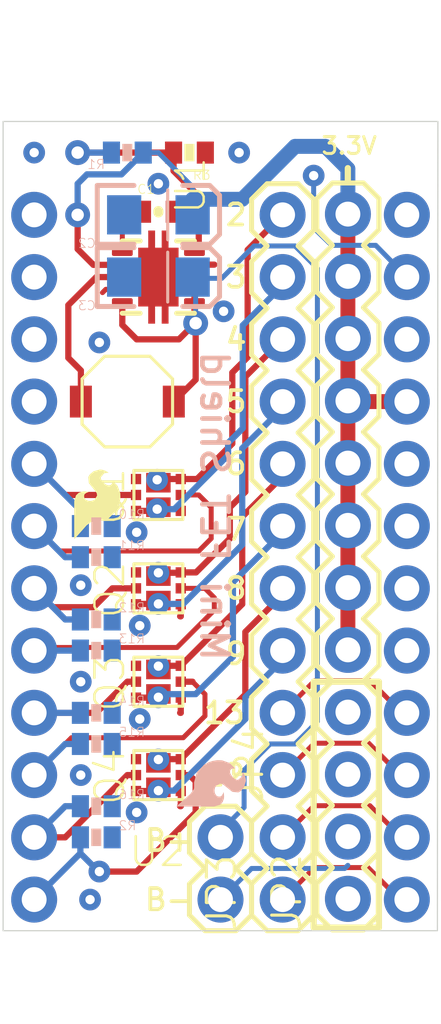
<source format=kicad_pcb>
(kicad_pcb (version 20211014) (generator pcbnew)
  (layers (0 "F.Cu" signal) (31 "B.Cu" signal) (34 "B.Paste" user) (35 "F.Paste" user) (36 "B.SilkS" user "B.Silkscreen") (37 "F.SilkS" user "F.Silkscreen") (38 "B.Mask" user) (39 "F.Mask" user) (44 "Edge.Cuts" user))
  (net 0 "")
  (net 1 "N$5")
  (net 2 "N$7")
  (net 3 "N$10")
  (net 4 "N$11")
  (net 5 "N$12")
  (net 6 "N$13")
  (net 7 "N$14")
  (net 8 "N$15")
  (net 9 "N$16")
  (net 10 "N$8")
  (net 11 "N$1")
  (net 12 "N$25")
  (net 13 "N$26")
  (net 14 "N$27")
  (net 15 "N$17")
  (net 16 "N$18")
  (net 17 "N$19")
  (net 18 "N$20")
  (net 19 "N$21")
  (net 20 "N$22")
  (net 21 "N$23")
  (net 22 "N$24")
  (net 23 "VCC")
  (net 24 "N$2")
  (net 25 "N$3")
  (net 26 "GND")
  (footprint "boardEagle:SFE-LOGO-FLAME" (layer "F.Cu") (at 142.5321 105.5116)
    (fp_text reference "JP1" hide)
    (fp_text value "LOGO-SFESK" hide)
  )
  (footprint "boardEagle:MICROFET_2X2" (layer "F.Cu") (at 145.9611 111.3536 90)
    (fp_text reference "Q3" (at -1.3 -1.3 90) (layer "F.SilkS") (effects (font (size 1.1684 1.1684) (thickness 0.1016)) (justify left bottom)))
    (fp_text value "FDMA1024NZ")
    (pad "D1" smd rect (at 0.5 0 90) (size 0.8 1) (layers "F.Cu" "F.Paste" "F.Mask") (net 19 "N$21"))
    (pad "D1_2" smd rect (at 0.65 0.915 90) (size 0.42 0.42) (layers "F.Cu" "F.Paste" "F.Mask") (net 19 "N$21"))
    (pad "D2" smd rect (at -0.5 0 90) (size 0.8 1) (layers "F.Cu" "F.Paste" "F.Mask") (net 20 "N$22"))
    (pad "D2_2" smd rect (at -0.65 -0.915 90) (size 0.42 0.42) (layers "F.Cu" "F.Paste" "F.Mask") (net 20 "N$22"))
    (pad "G1" smd rect (at 0 -0.915 90) (size 0.42 0.42) (layers "F.Cu" "F.Paste" "F.Mask") (net 6 "N$13"))
    (pad "G2" smd rect (at 0 0.915 90) (size 0.42 0.42) (layers "F.Cu" "F.Paste" "F.Mask") (net 7 "N$14"))
    (pad "S1" smd rect (at 0.65 -0.915 90) (size 0.42 0.42) (layers "F.Cu" "F.Paste" "F.Mask") (net 26 "GND"))
    (pad "S2" smd rect (at -0.65 0.915 90) (size 0.42 0.42) (layers "F.Cu" "F.Paste" "F.Mask") (net 26 "GND"))
  )
  (footprint "boardEagle:DRC-S-PVSON-N10" (layer "F.Cu") (at 145.9611 94.8436 -90)
    (fp_text reference "U1" (at -2.5 -2 -90) (layer "F.SilkS") (effects (font (size 1.1684 1.1684) (thickness 0.1016)) (justify left bottom)))
    (fp_text value "TPS61200")
    (pad "1" smd roundrect (at -1 1.475) (size 0.85 0.28) (layers "F.Cu") (net 25 "N$3"))
    (pad "2" smd roundrect (at -0.5 1.475) (size 0.85 0.28) (layers "F.Cu") (net 23 "VCC"))
    (pad "3" smd roundrect (at 0 1.475) (size 0.85 0.28) (layers "F.Cu") (net 1 "N$5"))
    (pad "4" smd roundrect (at 0.5 1.475) (size 0.85 0.28) (layers "F.Cu") (net 26 "GND"))
    (pad "5" smd roundrect (at 1 1.475) (size 0.85 0.28) (layers "F.Cu") (net 10 "N$8"))
    (pad "6" smd roundrect (at 1 -1.475 180) (size 0.85 0.28) (layers "F.Cu") (net 10 "N$8"))
    (pad "7" smd roundrect (at 0.5 -1.475 180) (size 0.85 0.28) (layers "F.Cu") (net 10 "N$8"))
    (pad "8" smd roundrect (at 0 -1.475 180) (size 0.85 0.28) (layers "F.Cu") (net 10 "N$8"))
    (pad "9" smd roundrect (at -0.5 -1.475 180) (size 0.85 0.28) (layers "F.Cu") (net 26 "GND"))
    (pad "10" smd roundrect (at -1 -1.475 180) (size 0.85 0.28) (layers "F.Cu") (net 24 "N$2"))
    (pad "TH" smd rect (at 0 0 270) (size 2.4 1.65) (layers "F.Cu"))
    (pad "TH@1" smd rect (at 0 -0.275 270) (size 3.8 0.28) (layers "F.Cu"))
    (pad "TH@2" smd rect (at 0 0.275 270) (size 3.8 0.28) (layers "F.Cu"))
  )
  (footprint "boardEagle:ARDUINO_MINI" (layer "F.Cu") (at 148.5011 105.0036)
    (fp_text reference "U2" (at -3.81 13.97) (layer "F.SilkS") (effects (font (size 1.1684 1.1684) (thickness 0.1016)) (justify left bottom)))
    (fp_text value "ARDUINO_MINI")
    (pad "1" thru_hole circle (at -7.62 -12.7) (size 1.8796 1.8796) (drill 1.016) (layers *.Cu *.Mask))
    (pad "2" thru_hole circle (at -7.62 -10.16) (size 1.8796 1.8796) (drill 1.016) (layers *.Cu *.Mask))
    (pad "3" thru_hole circle (at -7.62 -7.62) (size 1.8796 1.8796) (drill 1.016) (layers *.Cu *.Mask))
    (pad "4" thru_hole circle (at -7.62 -5.08) (size 1.8796 1.8796) (drill 1.016) (layers *.Cu *.Mask))
    (pad "5" thru_hole circle (at -7.62 -2.54) (size 1.8796 1.8796) (drill 1.016) (layers *.Cu *.Mask) (net 2 "N$7"))
    (pad "6" thru_hole circle (at -7.62 0) (size 1.8796 1.8796) (drill 1.016) (layers *.Cu *.Mask) (net 3 "N$10"))
    (pad "7" thru_hole circle (at -7.62 2.54) (size 1.8796 1.8796) (drill 1.016) (layers *.Cu *.Mask) (net 4 "N$11"))
    (pad "8" thru_hole circle (at -7.62 5.08) (size 1.8796 1.8796) (drill 1.016) (layers *.Cu *.Mask) (net 5 "N$12"))
    (pad "9" thru_hole circle (at -7.62 7.62) (size 1.8796 1.8796) (drill 1.016) (layers *.Cu *.Mask) (net 6 "N$13"))
    (pad "10" thru_hole circle (at -7.62 10.16) (size 1.8796 1.8796) (drill 1.016) (layers *.Cu *.Mask) (net 7 "N$14"))
    (pad "11" thru_hole circle (at -7.62 12.7) (size 1.8796 1.8796) (drill 1.016) (layers *.Cu *.Mask) (net 8 "N$15"))
    (pad "12" thru_hole circle (at -7.62 15.24) (size 1.8796 1.8796) (drill 1.016) (layers *.Cu *.Mask) (net 9 "N$16"))
    (pad "13" thru_hole circle (at 7.62 15.24) (size 1.8796 1.8796) (drill 1.016) (layers *.Cu *.Mask) (net 14 "N$27"))
    (pad "14" thru_hole circle (at 7.62 12.7) (size 1.8796 1.8796) (drill 1.016) (layers *.Cu *.Mask) (net 13 "N$26"))
    (pad "15" thru_hole circle (at 7.62 10.16) (size 1.8796 1.8796) (drill 1.016) (layers *.Cu *.Mask) (net 12 "N$25"))
    (pad "16" thru_hole circle (at 7.62 7.62) (size 1.8796 1.8796) (drill 1.016) (layers *.Cu *.Mask) (net 11 "N$1"))
    (pad "17" thru_hole circle (at 7.62 5.08) (size 1.8796 1.8796) (drill 1.016) (layers *.Cu *.Mask))
    (pad "18" thru_hole circle (at 7.62 2.54) (size 1.8796 1.8796) (drill 1.016) (layers *.Cu *.Mask))
    (pad "19" thru_hole circle (at 7.62 0) (size 1.8796 1.8796) (drill 1.016) (layers *.Cu *.Mask))
    (pad "20" thru_hole circle (at 7.62 -2.54) (size 1.8796 1.8796) (drill 1.016) (layers *.Cu *.Mask))
    (pad "21" thru_hole circle (at 7.62 -5.08) (size 1.8796 1.8796) (drill 1.016) (layers *.Cu *.Mask) (net 23 "VCC"))
    (pad "22" thru_hole circle (at 7.62 -7.62) (size 1.8796 1.8796) (drill 1.016) (layers *.Cu *.Mask))
    (pad "23" thru_hole circle (at 7.62 -10.16) (size 1.8796 1.8796) (drill 1.016) (layers *.Cu *.Mask) (net 26 "GND"))
    (pad "24" thru_hole circle (at 7.62 -12.7) (size 1.8796 1.8796) (drill 1.016) (layers *.Cu *.Mask))
  )
  (footprint "boardEagle:VLF4012A" (layer "F.Cu") (at 144.6911 99.9236 180)
    (fp_text reference "UNK2.2UH0" hide)
    (fp_text value "2.2uH" hide)
    (pad "P$1" smd rect (at -1.9 0 180) (size 0.9 1.3) (layers "F.Cu" "F.Paste" "F.Mask") (net 10 "N$8"))
    (pad "P$2" smd rect (at 1.9 0 180) (size 0.9 1.3) (layers "F.Cu" "F.Paste" "F.Mask") (net 1 "N$5"))
  )
  (footprint "boardEagle:1X02" (layer "F.Cu") (at 148.5011 117.7036 -90)
    (fp_text reference "JP4" (at -1.3462 -1.8288 -90) (layer "F.SilkS") (effects (font (size 1.143 1.143) (thickness 0.127)) (justify left bottom)))
    (fp_text value "")
    (pad "1" thru_hole circle (at 0 0) (size 1.8796 1.8796) (drill 1.016) (layers *.Cu *.Mask) (net 10 "N$8"))
    (pad "2" thru_hole circle (at 2.54 0) (size 1.8796 1.8796) (drill 1.016) (layers *.Cu *.Mask) (net 26 "GND"))
  )
  (footprint "boardEagle:0402-RES" (layer "F.Cu") (at 147.2311 89.7636 180)
    (fp_text reference "R3" (at -0.889 -0.6985 180) (layer "F.SilkS") (effects (font (size 0.373888 0.373888) (thickness 0.032512)) (justify right top)))
    (fp_text value "180k")
    (pad "1" smd rect (at -0.65 0 180) (size 0.7 0.9) (layers "F.Cu" "F.Paste" "F.Mask") (net 26 "GND"))
    (pad "2" smd rect (at 0.65 0 180) (size 0.7 0.9) (layers "F.Cu" "F.Paste" "F.Mask") (net 24 "N$2"))
  )
  (footprint "boardEagle:1X12" (layer "F.Cu") (at 151.0411 120.2436 90)
    (fp_text reference "JP3" (at -1.3462 -1.8288 90) (layer "F.SilkS") (effects (font (size 1.143 1.143) (thickness 0.127)) (justify left bottom)))
    (fp_text value "M12PTH")
    (pad "1" thru_hole circle (at 0 0 180) (size 1.8796 1.8796) (drill 1.016) (layers *.Cu *.Mask) (net 14 "N$27"))
    (pad "2" thru_hole circle (at 2.54 0 180) (size 1.8796 1.8796) (drill 1.016) (layers *.Cu *.Mask) (net 13 "N$26"))
    (pad "3" thru_hole circle (at 5.08 0 180) (size 1.8796 1.8796) (drill 1.016) (layers *.Cu *.Mask) (net 12 "N$25"))
    (pad "4" thru_hole circle (at 7.62 0 180) (size 1.8796 1.8796) (drill 1.016) (layers *.Cu *.Mask) (net 11 "N$1"))
    (pad "5" thru_hole circle (at 10.16 0 180) (size 1.8796 1.8796) (drill 1.016) (layers *.Cu *.Mask) (net 22 "N$24"))
    (pad "6" thru_hole circle (at 12.7 0 180) (size 1.8796 1.8796) (drill 1.016) (layers *.Cu *.Mask) (net 21 "N$23"))
    (pad "7" thru_hole circle (at 15.24 0 180) (size 1.8796 1.8796) (drill 1.016) (layers *.Cu *.Mask) (net 20 "N$22"))
    (pad "8" thru_hole circle (at 17.78 0 180) (size 1.8796 1.8796) (drill 1.016) (layers *.Cu *.Mask) (net 19 "N$21"))
    (pad "9" thru_hole circle (at 20.32 0 180) (size 1.8796 1.8796) (drill 1.016) (layers *.Cu *.Mask) (net 18 "N$20"))
    (pad "10" thru_hole circle (at 22.86 0 180) (size 1.8796 1.8796) (drill 1.016) (layers *.Cu *.Mask) (net 17 "N$19"))
    (pad "11" thru_hole circle (at 25.4 0 180) (size 1.8796 1.8796) (drill 1.016) (layers *.Cu *.Mask) (net 16 "N$18"))
    (pad "12" thru_hole circle (at 27.94 0 180) (size 1.8796 1.8796) (drill 1.016) (layers *.Cu *.Mask) (net 15 "N$17"))
  )
  (footprint "boardEagle:MICROFET_2X2" (layer "F.Cu") (at 145.9611 115.1636 90)
    (fp_text reference "Q4" (at -1.3 -1.3 90) (layer "F.SilkS") (effects (font (size 1.1684 1.1684) (thickness 0.1016)) (justify left bottom)))
    (fp_text value "FDMA1024NZ")
    (pad "D1" smd rect (at 0.5 0 90) (size 0.8 1) (layers "F.Cu" "F.Paste" "F.Mask") (net 21 "N$23"))
    (pad "D1_2" smd rect (at 0.65 0.915 90) (size 0.42 0.42) (layers "F.Cu" "F.Paste" "F.Mask") (net 21 "N$23"))
    (pad "D2" smd rect (at -0.5 0 90) (size 0.8 1) (layers "F.Cu" "F.Paste" "F.Mask") (net 22 "N$24"))
    (pad "D2_2" smd rect (at -0.65 -0.915 90) (size 0.42 0.42) (layers "F.Cu" "F.Paste" "F.Mask") (net 22 "N$24"))
    (pad "G1" smd rect (at 0 -0.915 90) (size 0.42 0.42) (layers "F.Cu" "F.Paste" "F.Mask") (net 8 "N$15"))
    (pad "G2" smd rect (at 0 0.915 90) (size 0.42 0.42) (layers "F.Cu" "F.Paste" "F.Mask") (net 9 "N$16"))
    (pad "S1" smd rect (at 0.65 -0.915 90) (size 0.42 0.42) (layers "F.Cu" "F.Paste" "F.Mask") (net 26 "GND"))
    (pad "S2" smd rect (at -0.65 0.915 90) (size 0.42 0.42) (layers "F.Cu" "F.Paste" "F.Mask") (net 26 "GND"))
  )
  (footprint "boardEagle:1X12" (layer "F.Cu") (at 153.7111 120.2136 90)
    (fp_text reference "JP2" (at -1.3462 -1.8288 90) (layer "F.SilkS") (effects (font (size 1.143 1.143) (thickness 0.127)) (justify left bottom)))
    (fp_text value "M12PTH")
    (pad "1" thru_hole circle (at 0 0 180) (size 1.8796 1.8796) (drill 1.016) (layers *.Cu *.Mask) (net 26 "GND"))
    (pad "2" thru_hole circle (at 2.54 0 180) (size 1.8796 1.8796) (drill 1.016) (layers *.Cu *.Mask) (net 26 "GND"))
    (pad "3" thru_hole circle (at 5.08 0 180) (size 1.8796 1.8796) (drill 1.016) (layers *.Cu *.Mask) (net 26 "GND"))
    (pad "4" thru_hole circle (at 7.62 0 180) (size 1.8796 1.8796) (drill 1.016) (layers *.Cu *.Mask) (net 26 "GND"))
    (pad "5" thru_hole circle (at 10.16 0 180) (size 1.8796 1.8796) (drill 1.016) (layers *.Cu *.Mask) (net 23 "VCC"))
    (pad "6" thru_hole circle (at 12.7 0 180) (size 1.8796 1.8796) (drill 1.016) (layers *.Cu *.Mask) (net 23 "VCC"))
    (pad "7" thru_hole circle (at 15.24 0 180) (size 1.8796 1.8796) (drill 1.016) (layers *.Cu *.Mask) (net 23 "VCC"))
    (pad "8" thru_hole circle (at 17.78 0 180) (size 1.8796 1.8796) (drill 1.016) (layers *.Cu *.Mask) (net 23 "VCC"))
    (pad "9" thru_hole circle (at 20.32 0 180) (size 1.8796 1.8796) (drill 1.016) (layers *.Cu *.Mask) (net 23 "VCC"))
    (pad "10" thru_hole circle (at 22.86 0 180) (size 1.8796 1.8796) (drill 1.016) (layers *.Cu *.Mask) (net 23 "VCC"))
    (pad "11" thru_hole circle (at 25.4 0 180) (size 1.8796 1.8796) (drill 1.016) (layers *.Cu *.Mask) (net 23 "VCC"))
    (pad "12" thru_hole circle (at 27.94 0 180) (size 1.8796 1.8796) (drill 1.016) (layers *.Cu *.Mask) (net 23 "VCC"))
  )
  (footprint "boardEagle:0402-CAP" (layer "F.Cu") (at 145.9611 92.1766)
    (fp_text reference "C1" (at -0.889 -0.6985) (layer "F.SilkS") (effects (font (size 0.373888 0.373888) (thickness 0.032512)) (justify left bottom)))
    (fp_text value "0.1uF")
    (pad "1" smd rect (at -0.65 0) (size 0.7 0.9) (layers "F.Cu" "F.Paste" "F.Mask") (net 25 "N$3"))
    (pad "2" smd rect (at 0.65 0) (size 0.7 0.9) (layers "F.Cu" "F.Paste" "F.Mask") (net 26 "GND"))
  )
  (footprint "boardEagle:MICROFET_2X2" (layer "F.Cu") (at 145.9611 103.7336 90)
    (fp_text reference "Q1" (at -1.3 -1.3 90) (layer "F.SilkS") (effects (font (size 1.1684 1.1684) (thickness 0.1016)) (justify left bottom)))
    (fp_text value "FDMA1024NZ")
    (pad "D1" smd rect (at 0.5 0 90) (size 0.8 1) (layers "F.Cu" "F.Paste" "F.Mask") (net 15 "N$17"))
    (pad "D1_2" smd rect (at 0.65 0.915 90) (size 0.42 0.42) (layers "F.Cu" "F.Paste" "F.Mask") (net 15 "N$17"))
    (pad "D2" smd rect (at -0.5 0 90) (size 0.8 1) (layers "F.Cu" "F.Paste" "F.Mask") (net 16 "N$18"))
    (pad "D2_2" smd rect (at -0.65 -0.915 90) (size 0.42 0.42) (layers "F.Cu" "F.Paste" "F.Mask") (net 16 "N$18"))
    (pad "G1" smd rect (at 0 -0.915 90) (size 0.42 0.42) (layers "F.Cu" "F.Paste" "F.Mask") (net 2 "N$7"))
    (pad "G2" smd rect (at 0 0.915 90) (size 0.42 0.42) (layers "F.Cu" "F.Paste" "F.Mask") (net 3 "N$10"))
    (pad "S1" smd rect (at 0.65 -0.915 90) (size 0.42 0.42) (layers "F.Cu" "F.Paste" "F.Mask") (net 26 "GND"))
    (pad "S2" smd rect (at -0.65 0.915 90) (size 0.42 0.42) (layers "F.Cu" "F.Paste" "F.Mask") (net 26 "GND"))
  )
  (footprint "boardEagle:MICROFET_2X2" (layer "F.Cu") (at 145.9611 107.5436 90)
    (fp_text reference "Q2" (at -1.3 -1.3 90) (layer "F.SilkS") (effects (font (size 1.1684 1.1684) (thickness 0.1016)) (justify left bottom)))
    (fp_text value "FDMA1024NZ")
    (pad "D1" smd rect (at 0.5 0 90) (size 0.8 1) (layers "F.Cu" "F.Paste" "F.Mask") (net 17 "N$19"))
    (pad "D1_2" smd rect (at 0.65 0.915 90) (size 0.42 0.42) (layers "F.Cu" "F.Paste" "F.Mask") (net 17 "N$19"))
    (pad "D2" smd rect (at -0.5 0 90) (size 0.8 1) (layers "F.Cu" "F.Paste" "F.Mask") (net 18 "N$20"))
    (pad "D2_2" smd rect (at -0.65 -0.915 90) (size 0.42 0.42) (layers "F.Cu" "F.Paste" "F.Mask") (net 18 "N$20"))
    (pad "G1" smd rect (at 0 -0.915 90) (size 0.42 0.42) (layers "F.Cu" "F.Paste" "F.Mask") (net 4 "N$11"))
    (pad "G2" smd rect (at 0 0.915 90) (size 0.42 0.42) (layers "F.Cu" "F.Paste" "F.Mask") (net 5 "N$12"))
    (pad "S1" smd rect (at 0.65 -0.915 90) (size 0.42 0.42) (layers "F.Cu" "F.Paste" "F.Mask") (net 26 "GND"))
    (pad "S2" smd rect (at -0.65 0.915 90) (size 0.42 0.42) (layers "F.Cu" "F.Paste" "F.Mask") (net 26 "GND"))
  )
  (footprint "boardEagle:EIA3216" (layer "B.Cu") (at 145.9611 92.3036)
    (fp_text reference "C2" (at -2.54 1.381 180) (layer "B.SilkS") (effects (font (size 0.373888 0.373888) (thickness 0.032512)) (justify left bottom mirror)))
    (fp_text value "10uF")
    (pad "A" smd rect (at 1.4 0 270) (size 1.6 1.4) (layers "B.Cu" "B.Paste" "B.Mask") (net 23 "VCC"))
    (pad "C" smd rect (at -1.4 0 270) (size 1.6 1.4) (layers "B.Cu" "B.Paste" "B.Mask") (net 26 "GND"))
  )
  (footprint "boardEagle:0402-RES" (layer "B.Cu") (at 143.4211 108.8136 180)
    (fp_text reference "R12" (at -0.889 0.6985) (layer "B.SilkS") (effects (font (size 0.373888 0.373888) (thickness 0.032512)) (justify right top mirror)))
    (fp_text value "1k")
    (pad "1" smd rect (at -0.65 0 180) (size 0.7 0.9) (layers "B.Cu" "B.Paste" "B.Mask") (net 26 "GND"))
    (pad "2" smd rect (at 0.65 0 180) (size 0.7 0.9) (layers "B.Cu" "B.Paste" "B.Mask") (net 4 "N$11"))
  )
  (footprint "boardEagle:SFE-LOGO-FLAME" (layer "B.Cu") (at 146.7231 116.4336 90)
    (fp_text reference "JP5" hide)
    (fp_text value "LOGO-SFESK" hide)
  )
  (footprint "boardEagle:0402-RES" (layer "B.Cu") (at 144.6911 89.7636)
    (fp_text reference "R1" (at -0.889 0.6985 180) (layer "B.SilkS") (effects (font (size 0.373888 0.373888) (thickness 0.032512)) (justify left bottom mirror)))
    (fp_text value "1M")
    (pad "1" smd rect (at -0.65 0) (size 0.7 0.9) (layers "B.Cu" "B.Paste" "B.Mask") (net 24 "N$2"))
    (pad "2" smd rect (at 0.65 0) (size 0.7 0.9) (layers "B.Cu" "B.Paste" "B.Mask") (net 23 "VCC"))
  )
  (footprint "boardEagle:0402-RES" (layer "B.Cu") (at 143.4211 110.0836 180)
    (fp_text reference "R13" (at -0.889 0.6985) (layer "B.SilkS") (effects (font (size 0.373888 0.373888) (thickness 0.032512)) (justify right top mirror)))
    (fp_text value "1k")
    (pad "1" smd rect (at -0.65 0 180) (size 0.7 0.9) (layers "B.Cu" "B.Paste" "B.Mask") (net 26 "GND"))
    (pad "2" smd rect (at 0.65 0 180) (size 0.7 0.9) (layers "B.Cu" "B.Paste" "B.Mask") (net 5 "N$12"))
  )
  (footprint "boardEagle:0402-RES" (layer "B.Cu") (at 143.4211 117.7036 180)
    (fp_text reference "R2" (at -0.889 0.6985) (layer "B.SilkS") (effects (font (size 0.373888 0.373888) (thickness 0.032512)) (justify right top mirror)))
    (fp_text value "1k")
    (pad "1" smd rect (at -0.65 0 180) (size 0.7 0.9) (layers "B.Cu" "B.Paste" "B.Mask") (net 26 "GND"))
    (pad "2" smd rect (at 0.65 0 180) (size 0.7 0.9) (layers "B.Cu" "B.Paste" "B.Mask") (net 9 "N$16"))
  )
  (footprint "boardEagle:0402-RES" (layer "B.Cu") (at 143.4211 106.2736 180)
    (fp_text reference "R11" (at -0.889 0.6985) (layer "B.SilkS") (effects (font (size 0.373888 0.373888) (thickness 0.032512)) (justify right top mirror)))
    (fp_text value "1k")
    (pad "1" smd rect (at -0.65 0 180) (size 0.7 0.9) (layers "B.Cu" "B.Paste" "B.Mask") (net 26 "GND"))
    (pad "2" smd rect (at 0.65 0 180) (size 0.7 0.9) (layers "B.Cu" "B.Paste" "B.Mask") (net 3 "N$10"))
  )
  (footprint "boardEagle:0402-RES" (layer "B.Cu") (at 143.4211 105.0036 180)
    (fp_text reference "R10" (at -0.889 0.6985) (layer "B.SilkS") (effects (font (size 0.373888 0.373888) (thickness 0.032512)) (justify right top mirror)))
    (fp_text value "1k")
    (pad "1" smd rect (at -0.65 0 180) (size 0.7 0.9) (layers "B.Cu" "B.Paste" "B.Mask") (net 26 "GND"))
    (pad "2" smd rect (at 0.65 0 180) (size 0.7 0.9) (layers "B.Cu" "B.Paste" "B.Mask") (net 2 "N$7"))
  )
  (footprint "boardEagle:0402-RES" (layer "B.Cu") (at 143.4211 112.6236 180)
    (fp_text reference "R14" (at -0.889 0.6985) (layer "B.SilkS") (effects (font (size 0.373888 0.373888) (thickness 0.032512)) (justify right top mirror)))
    (fp_text value "1k")
    (pad "1" smd rect (at -0.65 0 180) (size 0.7 0.9) (layers "B.Cu" "B.Paste" "B.Mask") (net 26 "GND"))
    (pad "2" smd rect (at 0.65 0 180) (size 0.7 0.9) (layers "B.Cu" "B.Paste" "B.Mask") (net 6 "N$13"))
  )
  (footprint "boardEagle:EIA3216" (layer "B.Cu") (at 145.9611 94.8436)
    (fp_text reference "C3" (at -2.54 1.381 180) (layer "B.SilkS") (effects (font (size 0.373888 0.373888) (thickness 0.032512)) (justify left bottom mirror)))
    (fp_text value "10uF")
    (pad "A" smd rect (at 1.4 0 270) (size 1.6 1.4) (layers "B.Cu" "B.Paste" "B.Mask") (net 10 "N$8"))
    (pad "C" smd rect (at -1.4 0 270) (size 1.6 1.4) (layers "B.Cu" "B.Paste" "B.Mask") (net 26 "GND"))
  )
  (footprint "boardEagle:0402-RES" (layer "B.Cu") (at 143.4211 113.8936 180)
    (fp_text reference "R15" (at -0.889 0.6985) (layer "B.SilkS") (effects (font (size 0.373888 0.373888) (thickness 0.032512)) (justify right top mirror)))
    (fp_text value "1k")
    (pad "1" smd rect (at -0.65 0 180) (size 0.7 0.9) (layers "B.Cu" "B.Paste" "B.Mask") (net 26 "GND"))
    (pad "2" smd rect (at 0.65 0 180) (size 0.7 0.9) (layers "B.Cu" "B.Paste" "B.Mask") (net 7 "N$14"))
  )
  (footprint "boardEagle:0402-RES" (layer "B.Cu") (at 143.4211 116.4336 180)
    (fp_text reference "R16" (at -0.889 0.6985) (layer "B.SilkS") (effects (font (size 0.373888 0.373888) (thickness 0.032512)) (justify right top mirror)))
    (fp_text value "1k")
    (pad "1" smd rect (at -0.65 0 180) (size 0.7 0.9) (layers "B.Cu" "B.Paste" "B.Mask") (net 26 "GND"))
    (pad "2" smd rect (at 0.65 0 180) (size 0.7 0.9) (layers "B.Cu" "B.Paste" "B.Mask") (net 8 "N$15"))
  )
  (gr_line (start 152.3111 121.3866) (end 152.3111 111.3536) (layer "F.SilkS") (width 0.254))
  (gr_line (start 152.3111 111.3536) (end 154.9781 111.3536) (layer "F.SilkS") (width 0.254))
  (gr_line (start 154.9781 121.3866) (end 152.3111 121.3866) (layer "F.SilkS") (width 0.254))
  (gr_line (start 154.9781 111.3536) (end 154.9781 121.3866) (layer "F.SilkS") (width 0.254))
  (gr_line (start 153.7081 90.9066) (end 153.7081 90.3986) (layer "F.SilkS") (width 0.254))
  (gr_line (start 139.6111 121.5136) (end 157.3711 121.5136) (layer "Edge.Cuts") (width 0.05))
  (gr_line (start 139.6111 88.4936) (end 139.6111 121.5136) (layer "Edge.Cuts") (width 0.05))
  (gr_line (start 157.3911 88.4936) (end 139.6111 88.4936) (layer "Edge.Cuts") (width 0.05))
  (gr_line (start 157.3711 121.5136) (end 157.3911 88.4936) (layer "Edge.Cuts") (width 0.05))
  (gr_text "Mini FET Shield" (at 148.8821 97.7646 -90) (layer "B.SilkS") (effects (font (size 1.0795 1.0795) (thickness 0.1905)) (justify right top mirror)))
  (gr_text "6" (at 148.6281 102.9716) (layer "F.SilkS") (effects (font (size 0.8636 0.8636) (thickness 0.1524)) (justify left bottom)))
  (gr_text "4" (at 148.6281 97.8916) (layer "F.SilkS") (effects (font (size 0.8636 0.8636) (thickness 0.1524)) (justify left bottom)))
  (gr_text "13" (at 147.7391 113.1316) (layer "F.SilkS") (effects (font (size 0.8636 0.8636) (thickness 0.1524)) (justify left bottom)))
  (gr_text "12" (at 147.7391 115.6716) (layer "F.SilkS") (effects (font (size 0.8636 0.8636) (thickness 0.1524)) (justify left bottom)))
  (gr_text "B+" (at 145.3261 118.3386) (layer "F.SilkS") (effects (font (size 0.8636 0.8636) (thickness 0.1524)) (justify left bottom)))
  (gr_text "5" (at 148.6281 100.4316) (layer "F.SilkS") (effects (font (size 0.8636 0.8636) (thickness 0.1524)) (justify left bottom)))
  (gr_text "3.3V" (at 152.5651 89.8906) (layer "F.SilkS") (effects (font (size 0.69088 0.69088) (thickness 0.12192)) (justify left bottom)))
  (gr_text "9" (at 148.6281 110.7186) (layer "F.SilkS") (effects (font (size 0.8636 0.8636) (thickness 0.1524)) (justify left bottom)))
  (gr_text "3" (at 148.6281 95.3516) (layer "F.SilkS") (effects (font (size 0.8636 0.8636) (thickness 0.1524)) (justify left bottom)))
  (gr_text "8" (at 148.6281 108.0516) (layer "F.SilkS") (effects (font (size 0.8636 0.8636) (thickness 0.1524)) (justify left bottom)))
  (gr_text "B-" (at 145.3261 120.7516) (layer "F.SilkS") (effects (font (size 0.8636 0.8636) (thickness 0.1524)) (justify left bottom)))
  (gr_text "7" (at 148.6281 105.6386) (layer "F.SilkS") (effects (font (size 0.8636 0.8636) (thickness 0.1524)) (justify left bottom)))
  (gr_text "2" (at 148.6281 92.8116) (layer "F.SilkS") (effects (font (size 0.8636 0.8636) (thickness 0.1524)) (justify left bottom)))
  (segment (start 143.4211 94.8436) (end 144.4861 94.8436) (width 0.254) (layer "F.Cu") (net 1))
  (segment (start 142.2781 98.1406) (end 142.2781 95.9866) (width 0.254) (layer "F.Cu") (net 1))
  (segment (start 142.7911 98.6536) (end 142.2781 98.1406) (width 0.254) (layer "F.Cu") (net 1))
  (segment (start 142.7911 99.9236) (end 142.7911 98.6536) (width 0.254) (layer "F.Cu") (net 1))
  (segment (start 142.2781 95.9866) (end 143.4211 94.8436) (width 0.254) (layer "F.Cu") (net 1))
  (segment (start 142.1511 103.7336) (end 145.0461 103.7336) (width 0.254) (layer "F.Cu") (net 2))
  (segment (start 140.8811 102.4636) (end 142.1511 103.7336) (width 0.254) (layer "F.Cu") (net 2))
  (segment (start 142.7711 104.3536) (end 140.8811 102.4636) (width 0.254) (layer "B.Cu") (net 2))
  (segment (start 142.7711 105.0036) (end 142.7711 104.3536) (width 0.254) (layer "B.Cu") (net 2))
  (segment (start 147.6121 106.0196) (end 148.1201 105.5116) (width 0.2032) (layer "F.Cu") (net 3))
  (segment (start 148.1201 105.5116) (end 148.1201 104.2416) (width 0.2032) (layer "F.Cu") (net 3))
  (segment (start 140.8811 105.0036) (end 141.8971 106.0196) (width 0.2032) (layer "F.Cu") (net 3))
  (segment (start 147.6121 103.7336) (end 146.8761 103.7336) (width 0.2032) (layer "F.Cu") (net 3))
  (segment (start 141.8971 106.0196) (end 147.6121 106.0196) (width 0.2032) (layer "F.Cu") (net 3))
  (segment (start 148.1201 104.2416) (end 147.6121 103.7336) (width 0.2032) (layer "F.Cu") (net 3))
  (segment (start 142.1511 106.2736) (end 142.7711 106.2736) (width 0.254) (layer "B.Cu") (net 3))
  (segment (start 140.8811 105.0036) (end 142.1511 106.2736) (width 0.254) (layer "B.Cu") (net 3))
  (segment (start 144.0811 107.5436) (end 145.0461 107.5436) (width 0.254) (layer "F.Cu") (net 4))
  (segment (start 140.8811 107.5436) (end 141.6511 108.3136) (width 0.254) (layer "F.Cu") (net 4))
  (segment (start 141.6511 108.3136) (end 143.3111 108.3136) (width 0.254) (layer "F.Cu") (net 4))
  (segment (start 143.3111 108.3136) (end 144.0811 107.5436) (width 0.254) (layer "F.Cu") (net 4))
  (segment (start 142.1511 108.8136) (end 142.7711 108.8136) (width 0.254) (layer "B.Cu") (net 4))
  (segment (start 140.8811 107.5436) (end 142.1511 108.8136) (width 0.254) (layer "B.Cu") (net 4))
  (segment (start 141.0081 109.9566) (end 146.7231 109.9566) (width 0.2032) (layer "F.Cu") (net 5))
  (segment (start 148.2471 107.9246) (end 147.8661 107.5436) (width 0.2032) (layer "F.Cu") (net 5))
  (segment (start 146.7231 109.9566) (end 148.2471 108.4326) (width 0.2032) (layer "F.Cu") (net 5))
  (segment (start 147.8661 107.5436) (end 146.8761 107.5436) (width 0.2032) (layer "F.Cu") (net 5))
  (segment (start 140.8811 110.0836) (end 141.0081 109.9566) (width 0.2032) (layer "F.Cu") (net 5))
  (segment (start 148.2471 108.4326) (end 148.2471 107.9246) (width 0.2032) (layer "F.Cu") (net 5))
  (segment (start 140.8811 110.0836) (end 142.7711 110.0836) (width 0.254) (layer "B.Cu") (net 5))
  (segment (start 140.8811 112.6236) (end 143.4211 112.6236) (width 0.254) (layer "F.Cu") (net 6))
  (segment (start 144.6911 111.3536) (end 145.0461 111.3536) (width 0.254) (layer "F.Cu") (net 6))
  (segment (start 143.4211 112.6236) (end 144.6911 111.3536) (width 0.254) (layer "F.Cu") (net 6))
  (segment (start 140.8811 112.6236) (end 142.7711 112.6236) (width 0.254) (layer "B.Cu") (net 6))
  (segment (start 147.8661 112.7506) (end 147.8661 111.8616) (width 0.2032) (layer "F.Cu") (net 7))
  (segment (start 140.8811 115.1636) (end 142.4051 113.6396) (width 0.2032) (layer "F.Cu") (net 7))
  (segment (start 142.4051 113.6396) (end 146.9771 113.6396) (width 0.2032) (layer "F.Cu") (net 7))
  (segment (start 146.9771 113.6396) (end 147.8661 112.7506) (width 0.2032) (layer "F.Cu") (net 7))
  (segment (start 147.3581 111.3536) (end 146.8761 111.3536) (width 0.254) (layer "F.Cu") (net 7))
  (segment (start 147.8661 111.8616) (end 147.3581 111.3536) (width 0.2032) (layer "F.Cu") (net 7))
  (segment (start 142.1511 113.8936) (end 142.7711 113.8936) (width 0.254) (layer "B.Cu") (net 7))
  (segment (start 140.8811 115.1636) (end 142.1511 113.8936) (width 0.254) (layer "B.Cu") (net 7))
  (segment (start 144.6911 115.1636) (end 145.0461 115.1636) (width 0.254) (layer "F.Cu") (net 8))
  (segment (start 140.8811 117.7036) (end 142.1511 117.7036) (width 0.254) (layer "F.Cu") (net 8))
  (segment (start 142.1511 117.7036) (end 144.6911 115.1636) (width 0.254) (layer "F.Cu") (net 8))
  (segment (start 140.8811 117.7036) (end 142.1511 116.4336) (width 0.254) (layer "B.Cu") (net 8))
  (segment (start 142.1511 116.4336) (end 142.7711 116.4336) (width 0.254) (layer "B.Cu") (net 8))
  (segment (start 147.2311 115.1636) (end 146.8761 115.1636) (width 0.254) (layer "F.Cu") (net 9))
  (segment (start 147.4851 115.4176) (end 147.2311 115.1636) (width 0.254) (layer "F.Cu") (net 9))
  (segment (start 143.5481 119.1006) (end 145.0721 119.1006) (width 0.254) (layer "F.Cu") (net 9))
  (segment (start 147.4851 116.6876) (end 147.4851 115.4176) (width 0.254) (layer "F.Cu") (net 9))
  (segment (start 145.0721 119.1006) (end 147.4851 116.6876) (width 0.254) (layer "F.Cu") (net 9))
  (via (at 143.5481 119.1006) (size 0.889) (drill 0.381) (layers "F.Cu" "B.Cu") (net 9))
  (segment (start 142.7711 118.3536) (end 143.5181 119.1006) (width 0.254) (layer "B.Cu") (net 9))
  (segment (start 140.8811 120.2436) (end 142.7711 118.3536) (width 0.254) (layer "B.Cu") (net 9))
  (segment (start 142.7711 118.3536) (end 142.7711 117.7036) (width 0.254) (layer "B.Cu") (net 9))
  (segment (start 143.5181 119.1006) (end 143.5481 119.1006) (width 0.254) (layer "B.Cu") (net 9))
  (segment (start 147.4361 95.8436) (end 147.4361 95.3436) (width 0.254) (layer "F.Cu") (net 10))
  (segment (start 147.4851 96.7232) (end 147.4851 99.0296) (width 0.254) (layer "F.Cu") (net 10))
  (segment (start 147.4361 96.7486) (end 146.8011 97.3836) (width 0.254) (layer "F.Cu") (net 10))
  (segment (start 144.4861 96.7976) (end 144.4861 95.8436) (width 0.254) (layer "F.Cu") (net 10))
  (segment (start 146.8011 97.3836) (end 145.0721 97.3836) (width 0.254) (layer "F.Cu") (net 10))
  (segment (start 147.4361 95.3436) (end 147.4343 95.25) (width 0.2032) (layer "F.Cu") (net 10))
  (segment (start 147.4851 99.0296) (end 146.5911 99.9236) (width 0.254) (layer "F.Cu") (net 10))
  (segment (start 147.4343 95.25) (end 147.4343 94.8436) (width 0.2032) (layer "F.Cu") (net 10))
  (segment (start 147.4361 96.7486) (end 147.4361 95.8436) (width 0.254) (layer "F.Cu") (net 10))
  (segment (start 145.0721 97.3836) (end 144.4861 96.7976) (width 0.254) (layer "F.Cu") (net 10))
  (segment (start 147.4851 96.7232) (end 147.4361 96.7486) (width 0.2032) (layer "F.Cu") (net 10))
  (segment (start 147.4343 94.8436) (end 147.4361 94.8436) (width 0.2032) (layer "F.Cu") (net 10))
  (via (at 147.4851 96.7232) (size 1.016) (drill 0.508) (layers "F.Cu" "B.Cu") (net 10))
  (segment (start 147.3835 94.8436) (end 147.4851 94.9452) (width 0.2032) (layer "B.Cu") (net 10))
  (segment (start 149.8727 93.5736) (end 148.5519 94.8944) (width 0.2032) (layer "B.Cu") (net 10))
  (segment (start 152.4635 112.9792) (end 152.4635 94.488) (width 0.2032) (layer "B.Cu") (net 10))
  (segment (start 152.4635 94.488) (end 151.5491 93.5736) (width 0.2032) (layer "B.Cu") (net 10))
  (segment (start 148.5519 94.8944) (end 147.5359 94.8944) (width 0.2032) (layer "B.Cu") (net 10))
  (segment (start 151.5491 93.5736) (end 149.8727 93.5736) (width 0.2032) (layer "B.Cu") (net 10))
  (segment (start 147.4851 94.9452) (end 147.4851 96.7232) (width 0.2032) (layer "B.Cu") (net 10))
  (segment (start 147.5359 94.8944) (end 147.3611 94.8436) (width 0.2032) (layer "B.Cu") (net 10))
  (segment (start 150.5331 113.8936) (end 151.5491 113.8936) (width 0.2032) (layer "B.Cu") (net 10))
  (segment (start 149.4663 114.9604) (end 150.5331 113.8936) (width 0.2032) (layer "B.Cu") (net 10))
  (segment (start 148.5011 117.4496) (end 149.4663 116.4844) (width 0.2032) (layer "B.Cu") (net 10))
  (segment (start 148.5011 117.7036) (end 148.5011 117.4496) (width 0.2032) (layer "B.Cu") (net 10))
  (segment (start 151.5491 113.8936) (end 152.4635 112.9792) (width 0.2032) (layer "B.Cu") (net 10))
  (segment (start 149.4663 116.4844) (end 149.4663 114.9604) (width 0.2032) (layer "B.Cu") (net 10))
  (segment (start 147.3611 94.8436) (end 147.3835 94.8436) (width 0.2032) (layer "B.Cu") (net 10))
  (segment (start 155.9211 112.6236) (end 156.1211 112.6236) (width 0.2032) (layer "F.Cu") (net 11))
  (segment (start 152.3511 111.3136) (end 154.6111 111.3136) (width 0.2032) (layer "F.Cu") (net 11))
  (segment (start 151.0411 112.6236) (end 152.3511 111.3136) (width 0.2032) (layer "F.Cu") (net 11))
  (segment (start 154.6111 111.3136) (end 155.9211 112.6236) (width 0.2032) (layer "F.Cu") (net 11))
  (segment (start 152.3419 113.8628) (end 154.5603 113.8628) (width 0.2032) (layer "F.Cu") (net 12))
  (segment (start 155.8611 115.1636) (end 156.1211 115.1636) (width 0.2032) (layer "F.Cu") (net 12))
  (segment (start 154.5603 113.8628) (end 155.8611 115.1636) (width 0.2032) (layer "F.Cu") (net 12))
  (segment (start 151.0411 115.1636) (end 152.3419 113.8628) (width 0.2032) (layer "F.Cu") (net 12))
  (segment (start 151.0411 117.7036) (end 152.3311 116.4136) (width 0.2032) (layer "F.Cu") (net 13))
  (segment (start 155.9011 117.7036) (end 156.1211 117.7036) (width 0.2032) (layer "F.Cu") (net 13))
  (segment (start 152.3311 116.4136) (end 154.6111 116.4136) (width 0.2032) (layer "F.Cu") (net 13))
  (segment (start 154.6111 116.4136) (end 155.9011 117.7036) (width 0.2032) (layer "F.Cu") (net 13))
  (segment (start 154.5349 118.9374) (end 155.8411 120.2436) (width 0.2032) (layer "F.Cu") (net 14))
  (segment (start 152.3473 118.9374) (end 154.5349 118.9374) (width 0.2032) (layer "F.Cu") (net 14))
  (segment (start 151.0411 120.2436) (end 152.3473 118.9374) (width 0.2032) (layer "F.Cu") (net 14))
  (segment (start 155.8411 120.2436) (end 156.1211 120.2436) (width 0.2032) (layer "F.Cu") (net 14))
  (segment (start 145.9611 103.2336) (end 145.9611 103.1636) (width 0.254) (layer "F.Cu") (net 15))
  (segment (start 145.9611 103.2336) (end 146.1111 103.0836) (width 0.254) (layer "F.Cu") (net 15))
  (segment (start 146.1111 103.0836) (end 146.8761 103.0836) (width 0.254) (layer "F.Cu") (net 15))
  (segment (start 148.9841 98.7406) (end 149.6111 98.1136) (width 0.254) (layer "F.Cu") (net 15))
  (segment (start 145.9611 103.1636) (end 145.9111 103.1136) (width 0.254) (layer "F.Cu") (net 15))
  (segment (start 147.5411 103.0836) (end 148.9841 101.6406) (width 0.254) (layer "F.Cu") (net 15))
  (segment (start 146.8761 103.0836) (end 147.5411 103.0836) (width 0.254) (layer "F.Cu") (net 15))
  (segment (start 149.6111 93.7336) (end 151.0411 92.3036) (width 0.254) (layer "F.Cu") (net 15))
  (segment (start 149.6111 98.1136) (end 149.6111 93.7336) (width 0.254) (layer "F.Cu") (net 15))
  (segment (start 148.9841 101.6406) (end 148.9841 98.7406) (width 0.254) (layer "F.Cu") (net 15))
  (via (at 145.9111 103.1136) (size 0.889) (drill 0.381) (layers "F.Cu" "B.Cu") (net 15))
  (segment (start 145.9611 104.2336) (end 145.9111 104.2836) (width 0.254) (layer "F.Cu") (net 16))
  (segment (start 145.9111 104.3136) (end 145.8411 104.3836) (width 0.254) (layer "F.Cu") (net 16))
  (segment (start 145.9111 104.2836) (end 145.9111 104.3136) (width 0.254) (layer "F.Cu") (net 16))
  (segment (start 145.8411 104.3836) (end 145.0461 104.3836) (width 0.254) (layer "F.Cu") (net 16))
  (via (at 145.9111 104.3136) (size 0.889) (drill 0.381) (layers "F.Cu" "B.Cu") (net 16))
  (segment (start 148.8111 101.6136) (end 149.4111 101.0136) (width 0.254) (layer "B.Cu") (net 16))
  (segment (start 149.4111 101.0136) (end 149.4111 96.8136) (width 0.254) (layer "B.Cu") (net 16))
  (segment (start 145.9111 104.3136) (end 145.9611 104.2636) (width 0.254) (layer "B.Cu") (net 16))
  (segment (start 145.9611 104.2636) (end 145.9611 104.2336) (width 0.254) (layer "B.Cu") (net 16))
  (segment (start 145.9611 104.2336) (end 146.0411 104.3136) (width 0.254) (layer "B.Cu") (net 16))
  (segment (start 148.8111 102.1136) (end 148.8111 101.6136) (width 0.254) (layer "B.Cu") (net 16))
  (segment (start 151.0411 95.1836) (end 151.0411 94.8436) (width 0.254) (layer "B.Cu") (net 16))
  (segment (start 146.6111 104.3136) (end 148.8111 102.1136) (width 0.254) (layer "B.Cu") (net 16))
  (segment (start 149.4111 96.8136) (end 151.0411 95.1836) (width 0.254) (layer "B.Cu") (net 16))
  (segment (start 146.0411 104.3136) (end 146.6111 104.3136) (width 0.254) (layer "B.Cu") (net 16))
  (segment (start 147.5001 106.8936) (end 148.8821 105.5116) (width 0.254) (layer "F.Cu") (net 17))
  (segment (start 148.8821 105.5116) (end 148.8821 104.2416) (width 0.254) (layer "F.Cu") (net 17))
  (segment (start 145.9611 107.0436) (end 145.9611 106.9086) (width 0.254) (layer "F.Cu") (net 17))
  (segment (start 149.5171 98.9076) (end 151.0411 97.3836) (width 0.254) (layer "F.Cu") (net 17))
  (segment (start 146.8611 106.9086) (end 146.8761 106.8936) (width 0.254) (layer "F.Cu") (net 17))
  (segment (start 149.5171 103.6066) (end 149.5171 98.9076) (width 0.254) (layer "F.Cu") (net 17))
  (segment (start 148.8821 104.2416) (end 149.5171 103.6066) (width 0.254) (layer "F.Cu") (net 17))
  (segment (start 146.8761 106.8936) (end 147.5001 106.8936) (width 0.254) (layer "F.Cu") (net 17))
  (segment (start 145.9611 106.9086) (end 146.8611 106.9086) (width 0.254) (layer "F.Cu") (net 17))
  (via (at 145.9611 106.9086) (size 0.889) (drill 0.381) (layers "F.Cu" "B.Cu") (net 17))
  (segment (start 145.9611 108.0436) (end 145.9611 108.1786) (width 0.254) (layer "F.Cu") (net 18))
  (segment (start 145.9611 108.1786) (end 145.0611 108.1786) (width 0.254) (layer "F.Cu") (net 18))
  (segment (start 145.0611 108.1786) (end 145.0461 108.1936) (width 0.254) (layer "F.Cu") (net 18))
  (via (at 145.9611 108.1786) (size 0.889) (drill 0.381) (layers "F.Cu" "B.Cu") (net 18))
  (segment (start 145.9611 108.1786) (end 146.9771 108.1786) (width 0.254) (layer "B.Cu") (net 18))
  (segment (start 149.3901 101.8286) (end 151.0411 100.1776) (width 0.254) (layer "B.Cu") (net 18))
  (segment (start 151.0411 100.1776) (end 151.0411 99.9236) (width 0.254) (layer "B.Cu") (net 18))
  (segment (start 146.9771 108.1786) (end 149.3901 105.7656) (width 0.254) (layer "B.Cu") (net 18))
  (segment (start 149.3901 105.7656) (end 149.3901 101.8286) (width 0.254) (layer "B.Cu") (net 18))
  (segment (start 151.0411 102.9716) (end 151.0411 102.4636) (width 0.254) (layer "F.Cu") (net 19))
  (segment (start 146.1111 110.7036) (end 146.8761 110.7036) (width 0.254) (layer "F.Cu") (net 19))
  (segment (start 145.9611 110.8536) (end 146.1111 110.7036) (width 0.254) (layer "F.Cu") (net 19))
  (segment (start 145.9611 110.8536) (end 145.9611 110.7186) (width 0.254) (layer "F.Cu") (net 19))
  (segment (start 149.3901 108.1896) (end 149.3901 104.6226) (width 0.254) (layer "F.Cu") (net 19))
  (segment (start 149.3901 104.6226) (end 151.0411 102.9716) (width 0.254) (layer "F.Cu") (net 19))
  (segment (start 146.8761 110.7036) (end 149.3901 108.1896) (width 0.254) (layer "F.Cu") (net 19))
  (via (at 145.9611 110.7186) (size 0.889) (drill 0.381) (layers "F.Cu" "B.Cu") (net 19))
  (segment (start 145.9611 111.9886) (end 145.9461 112.0036) (width 0.254) (layer "F.Cu") (net 20))
  (segment (start 145.9611 111.8536) (end 145.9611 111.9886) (width 0.254) (layer "F.Cu") (net 20))
  (segment (start 145.9461 112.0036) (end 145.0461 112.0036) (width 0.254) (layer "F.Cu") (net 20))
  (via (at 145.9611 111.9886) (size 0.889) (drill 0.381) (layers "F.Cu" "B.Cu") (net 20))
  (segment (start 146.0881 111.8616) (end 147.4851 111.8616) (width 0.254) (layer "B.Cu") (net 20))
  (segment (start 149.0091 110.3376) (end 149.0091 107.2896) (width 0.254) (layer "B.Cu") (net 20))
  (segment (start 151.0411 105.2576) (end 151.0411 105.0036) (width 0.254) (layer "B.Cu") (net 20))
  (segment (start 147.4851 111.8616) (end 149.0091 110.3376) (width 0.254) (layer "B.Cu") (net 20))
  (segment (start 149.0091 107.2896) (end 151.0411 105.2576) (width 0.254) (layer "B.Cu") (net 20))
  (segment (start 145.9611 111.9886) (end 146.0881 111.8616) (width 0.254) (layer "B.Cu") (net 20))
  (segment (start 150.5331 108.0516) (end 151.0411 107.5436) (width 0.254) (layer "F.Cu") (net 21))
  (segment (start 145.9611 114.6636) (end 145.9611 114.5286) (width 0.254) (layer "F.Cu") (net 21))
  (segment (start 146.8761 114.5136) (end 149.5171 111.8726) (width 0.254) (layer "F.Cu") (net 21))
  (segment (start 145.9611 114.5286) (end 145.9761 114.5136) (width 0.254) (layer "F.Cu") (net 21))
  (segment (start 150.5331 108.3056) (end 150.5331 108.0516) (width 0.254) (layer "F.Cu") (net 21))
  (segment (start 149.5171 111.8726) (end 149.5171 109.3216) (width 0.254) (layer "F.Cu") (net 21))
  (segment (start 145.9761 114.5136) (end 146.8761 114.5136) (width 0.254) (layer "F.Cu") (net 21))
  (segment (start 149.5171 109.3216) (end 150.5331 108.3056) (width 0.254) (layer "F.Cu") (net 21))
  (via (at 145.9611 114.5286) (size 0.889) (drill 0.381) (layers "F.Cu" "B.Cu") (net 21))
  (segment (start 145.9461 115.8136) (end 145.0461 115.8136) (width 0.254) (layer "F.Cu") (net 22))
  (segment (start 145.9611 115.7986) (end 145.9461 115.8136) (width 0.254) (layer "F.Cu") (net 22))
  (segment (start 145.9611 115.6636) (end 145.9611 115.7986) (width 0.254) (layer "F.Cu") (net 22))
  (via (at 145.9611 115.7986) (size 0.889) (drill 0.381) (layers "F.Cu" "B.Cu") (net 22))
  (segment (start 149.5171 111.9886) (end 151.0411 110.4646) (width 0.254) (layer "B.Cu") (net 22))
  (segment (start 149.5171 112.8776) (end 149.5171 111.9886) (width 0.254) (layer "B.Cu") (net 22))
  (segment (start 146.5961 115.7986) (end 149.5171 112.8776) (width 0.254) (layer "B.Cu") (net 22))
  (segment (start 145.9611 115.7986) (end 146.5961 115.7986) (width 0.254) (layer "B.Cu") (net 22))
  (segment (start 151.0411 110.4646) (end 151.0411 110.0836) (width 0.254) (layer "B.Cu") (net 22))
  (segment (start 142.6591 93.7006) (end 143.3021 94.3436) (width 0.254) (layer "F.Cu") (net 23))
  (segment (start 153.7111 102.4336) (end 153.7111 99.8936) (width 0.6096) (layer "F.Cu") (net 23))
  (segment (start 153.7111 97.3536) (end 153.7111 94.8136) (width 0.6096) (layer "F.Cu") (net 23))
  (segment (start 153.7111 107.5136) (end 153.7111 104.9736) (width 0.6096) (layer "F.Cu") (net 23))
  (segment (start 153.7111 110.0536) (end 153.7111 107.5136) (width 0.6096) (layer "F.Cu") (net 23))
  (segment (start 153.7111 99.8936) (end 153.7411 99.9236) (width 0.6096) (layer "F.Cu") (net 23))
  (segment (start 153.7411 99.9236) (end 156.1211 99.9236) (width 0.6096) (layer "F.Cu") (net 23))
  (segment (start 153.7111 104.9736) (end 153.7111 102.4336) (width 0.6096) (layer "F.Cu") (net 23))
  (segment (start 153.7111 94.8136) (end 153.7111 92.2736) (width 0.6096) (layer "F.Cu") (net 23))
  (segment (start 142.6591 92.3036) (end 142.6591 93.7006) (width 0.254) (layer "F.Cu") (net 23))
  (segment (start 153.7111 99.8936) (end 153.7111 97.3536) (width 0.6096) (layer "F.Cu") (net 23))
  (segment (start 143.3021 94.3436) (end 144.4861 94.3436) (width 0.254) (layer "F.Cu") (net 23))
  (via (at 142.6591 92.3036) (size 1.016) (drill 0.508) (layers "F.Cu" "B.Cu") (net 23))
  (segment (start 145.3411 89.7636) (end 145.4531 89.7636) (width 0.254) (layer "B.Cu") (net 23))
  (segment (start 142.6591 91.0336) (end 142.6591 92.3036) (width 0.254) (layer "B.Cu") (net 23))
  (segment (start 145.9611 89.7636) (end 145.3411 89.7636) (width 0.2032) (layer "B.Cu") (net 23))
  (segment (start 143.0401 90.6526) (end 142.6591 91.0336) (width 0.254) (layer "B.Cu") (net 23))
  (segment (start 153.7111 92.2736) (end 153.7111 90.427) (width 0.6096) (layer "B.Cu") (net 23))
  (segment (start 144.4521 90.6526) (end 143.0401 90.6526) (width 0.254) (layer "B.Cu") (net 23))
  (segment (start 151.5491 89.5096) (end 149.3901 91.6686) (width 0.6096) (layer "B.Cu") (net 23))
  (segment (start 153.7111 90.427) (end 152.7937 89.5096) (width 0.6096) (layer "B.Cu") (net 23))
  (segment (start 152.7937 89.5096) (end 151.5491 89.5096) (width 0.6096) (layer "B.Cu") (net 23))
  (segment (start 147.3581 91.6686) (end 147.3581 92.3006) (width 0.254) (layer "B.Cu") (net 23))
  (segment (start 147.3581 91.1606) (end 145.9611 89.7636) (width 0.2032) (layer "B.Cu") (net 23))
  (segment (start 149.3901 91.6686) (end 147.3581 91.6686) (width 0.6096) (layer "B.Cu") (net 23))
  (segment (start 147.3581 91.6686) (end 147.3581 91.1606) (width 0.2032) (layer "B.Cu") (net 23))
  (segment (start 147.3581 92.3006) (end 147.3611 92.3036) (width 0.254) (layer "B.Cu") (net 23))
  (segment (start 145.3411 89.7636) (end 144.4521 90.6526) (width 0.254) (layer "B.Cu") (net 23))
  (segment (start 147.6121 93.6676) (end 147.4361 93.8436) (width 0.254) (layer "F.Cu") (net 24))
  (segment (start 146.5811 89.7636) (end 146.5811 90.5106) (width 0.254) (layer "F.Cu") (net 24))
  (segment (start 142.6591 89.7636) (end 146.5811 89.7636) (width 0.254) (layer "F.Cu") (net 24))
  (segment (start 146.5811 90.5106) (end 147.6121 91.5416) (width 0.254) (layer "F.Cu") (net 24))
  (segment (start 147.6121 91.5416) (end 147.6121 93.6676) (width 0.254) (layer "F.Cu") (net 24))
  (via (at 142.6591 89.7636) (size 1.016) (drill 0.508) (layers "F.Cu" "B.Cu") (net 24))
  (segment (start 144.0411 89.7636) (end 142.6591 89.7636) (width 0.254) (layer "B.Cu") (net 24))
  (segment (start 144.4861 93.0016) (end 145.3111 92.1766) (width 0.2032) (layer "F.Cu") (net 25))
  (segment (start 144.4861 93.8436) (end 144.4861 93.0016) (width 0.2032) (layer "F.Cu") (net 25))
  (segment (start 146.8761 112.6236) (end 146.8501 112.6236) (width 0.254) (layer "F.Cu") (net 26))
  (segment (start 146.8761 108.6866) (end 146.8501 108.6866) (width 0.254) (layer "F.Cu") (net 26))
  (segment (start 144.4861 95.3436) (end 143.8101 95.3436) (width 0.2032) (layer "F.Cu") (net 26))
  (segment (start 143.8101 95.3436) (end 143.6751 95.4786) (width 0.2032) (layer "F.Cu") (net 26))
  (segment (start 147.4361 94.3436) (end 147.4361 94.3356) (width 0.254) (layer "F.Cu") (net 26))
  (segment (start 146.8761 108.1936) (end 146.8761 108.6866) (width 0.254) (layer "F.Cu") (net 26))
  (segment (start 146.8761 112.0036) (end 146.8761 112.6236) (width 0.254) (layer "F.Cu") (net 26))
  (segment (start 147.4361 94.3356) (end 148.2471 94.3356) (width 0.254) (layer "F.Cu") (net 26))
  (segment (start 146.8761 116.4336) (end 146.8501 116.4336) (width 0.254) (layer "F.Cu") (net 26))
  (segment (start 146.8761 115.8136) (end 146.8761 116.4336) (width 0.254) (layer "F.Cu") (net 26))
  (via (at 142.7861 107.4166) (size 0.889) (drill 0.381) (layers "F.Cu" "B.Cu") (net 26))
  (via (at 145.0721 116.6876) (size 0.889) (drill 0.381) (layers "F.Cu" "B.Cu") (net 26))
  (via (at 142.7861 111.3536) (size 0.889) (drill 0.381) (layers "F.Cu" "B.Cu") (net 26))
  (via (at 142.7861 115.1636) (size 0.889) (drill 0.381) (layers "F.Cu" "B.Cu") (net 26))
  (via (at 143.5481 97.5106) (size 0.889) (drill 0.381) (layers "F.Cu" "B.Cu") (net 26))
  (via (at 140.8811 89.7636) (size 0.889) (drill 0.381) (layers "F.Cu" "B.Cu") (net 26))
  (via (at 145.9611 91.0336) (size 0.889) (drill 0.381) (layers "F.Cu" "B.Cu") (net 26))
  (via (at 152.3111 90.7034) (size 0.889) (drill 0.381) (layers "F.Cu" "B.Cu") (net 26))
  (via (at 145.1991 112.8776) (size 0.889) (drill 0.381) (layers "F.Cu" "B.Cu") (net 26))
  (via (at 148.6281 96.2406) (size 0.889) (drill 0.381) (layers "F.Cu" "B.Cu") (net 26))
  (via (at 145.0721 105.2576) (size 0.889) (drill 0.381) (layers "F.Cu" "B.Cu") (net 26))
  (via (at 145.1991 109.0676) (size 0.889) (drill 0.381) (layers "F.Cu" "B.Cu") (net 26))
  (via (at 143.1671 120.2436) (size 0.889) (drill 0.381) (layers "F.Cu" "B.Cu") (net 26))
  (via (at 149.2631 89.7636) (size 0.889) (drill 0.381) (layers "F.Cu" "B.Cu") (net 26))
  (segment (start 148.5011 120.2436) (end 149.7711 118.9736) (width 0.2032) (layer "B.Cu") (net 26))
  (segment (start 153.5811 118.9736) (end 153.7081 118.8466) (width 0.2032) (layer "B.Cu") (net 26))
  (segment (start 152.3111 90.8304) (end 152.3365 90.805) (width 0.2032) (layer "B.Cu") (net 26))
  (segment (start 152.3111 92.837) (end 152.3111 90.8304) (width 0.2032) (layer "B.Cu") (net 26))
  (segment (start 154.8511 93.5482) (end 153.0477 93.5482) (width 0.2032) (layer "B.Cu") (net 26))
  (segment (start 156.1211 94.8436) (end 154.8511 93.5482) (width 0.2032) (layer "B.Cu") (net 26))
  (segment (start 149.7711 118.9736) (end 153.5811 118.9736) (width 0.2032) (layer "B.Cu") (net 26))
  (segment (start 153.0477 93.5482) (end 152.3111 92.837) (width 0.2032) (layer "B.Cu") (net 26))
)
</source>
